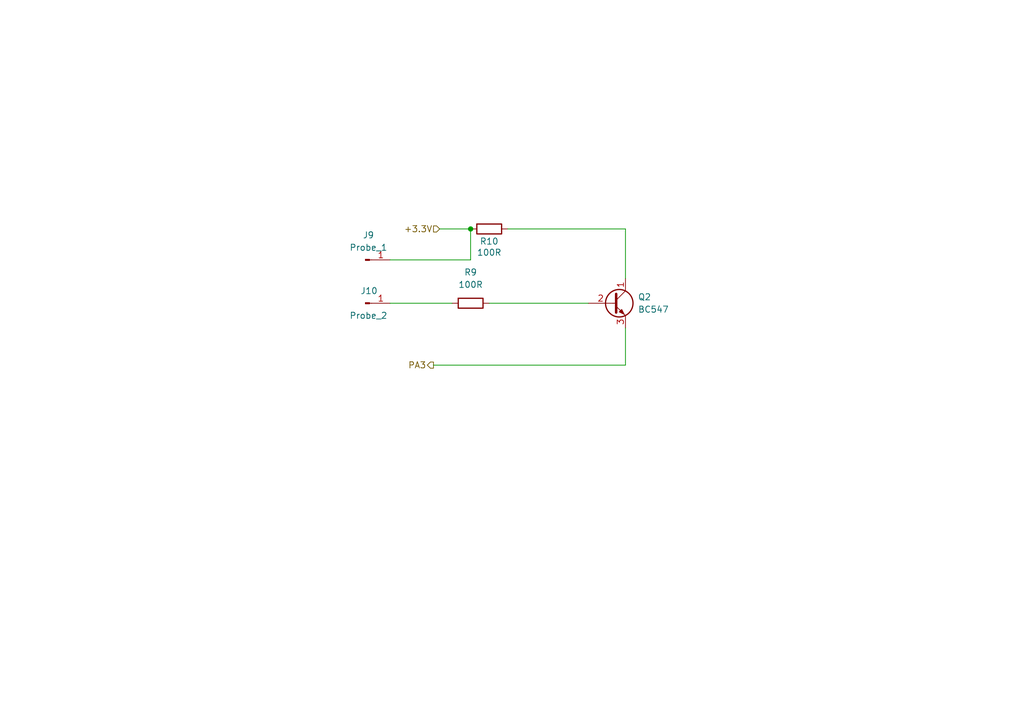
<source format=kicad_sch>
(kicad_sch (version 20231120) (generator "eeschema") (generator_version "8.0")
  (paper "A5")
  (title_block (title "Tester circut") (date "2024-12-28"))
  (lib_symbols
    (symbol "Connector:Conn_01x01_Pin" (pin_names (offset 1.016) hide)
      (property "Reference" "J" (at 0 2.54 0))
      (property "Value" "Conn_01x01_Pin" (at 0 -2.54 0))
      (symbol "Conn_01x01_Pin_1_1"
        (polyline (pts (xy 1.27 0) (xy 0.8636 0)) (stroke (width 0.1524)))
        (rectangle (start 0.8636 0.127) (end 0 -0.127) (stroke (width 0.1524)) (fill (type outline)))
        (pin passive line (at 5.08 0 180) (length 3.81) (name "Pin_1") (number "1"))
      )
    )
    (symbol "Device:R" (pin_numbers hide) (pin_names (offset 0))
      (property "Reference" "R" (at 2.032 0 90))
      (property "Value" "R" (at 0 0 90))
      (symbol "R_0_1"
        (rectangle (start -1.016 -2.54) (end 1.016 2.54) (stroke (width 0.254)))
      )
      (symbol "R_1_1"
        (pin passive line (at 0 3.81 270) (length 1.27) (name "~") (number "1"))
        (pin passive line (at 0 -3.81 90) (length 1.27) (name "~") (number "2"))
      )
    )
    (symbol "Transistor_BJT:BC547" (pin_names (offset 0) hide)
      (property "Reference" "Q" (at 5.08 1.905 0))
      (property "Value" "BC547" (at 5.08 0 0))
      (symbol "BC547_0_1"
        (polyline (pts (xy 0 0) (xy 0.635 0)))
        (polyline (pts (xy 0.635 0.635) (xy 2.54 2.54)))
        (polyline (pts (xy 0.635 -0.635) (xy 2.54 -2.54) (xy 2.54 -2.54)))
        (polyline (pts (xy 0.635 1.905) (xy 0.635 -1.905) (xy 0.635 -1.905)) (stroke (width 0.508)))
        (polyline (pts (xy 1.27 -1.778) (xy 1.778 -1.27) (xy 2.286 -2.286) (xy 1.27 -1.778) (xy 1.27 -1.778)) (fill (type outline)))
        (circle (center 1.27 0) (radius 2.8194) (stroke (width 0.254)))
      )
      (symbol "BC547_1_1"
        (pin passive line (at 2.54 5.08 270) (length 2.54) (name "C") (number "1"))
        (pin input line (at -5.08 0 0) (length 5.08) (name "B") (number "2"))
        (pin passive line (at 2.54 -5.08 90) (length 2.54) (name "E") (number "3"))
      )
    )
  )
  (junction (at 96.52 46.99))
  (wire (pts (xy 100.33 62.23) (xy 120.65 62.23)))
  (wire (pts (xy 80.01 53.34) (xy 96.52 53.34)))
  (wire (pts (xy 128.27 67.31) (xy 128.27 74.93)))
  (wire (pts (xy 80.01 62.23) (xy 92.71 62.23)))
  (wire (pts (xy 104.14 46.99) (xy 128.27 46.99)))
  (wire (pts (xy 96.52 46.99) (xy 96.52 53.34)))
  (wire (pts (xy 128.27 46.99) (xy 128.27 57.15)))
  (wire (pts (xy 128.27 74.93) (xy 88.9 74.93)))
  (wire (pts (xy 90.17 46.99) (xy 96.52 46.99)))
  (hierarchical_label "PA3" (shape output) (at 88.9 74.93 180))
  (hierarchical_label "+3.3V" (shape input) (at 90.17 46.99 180))
  (symbol (lib_id "Device:R") (at 96.52 62.23 90) (unit 1)
    (property "Reference" "R9" (at 96.52 55.88 90))
    (property "Value" "100R" (at 96.52 58.42 90))
    (property "Footprint" "Resistor_SMD:R_0805_2012Metric" (effects (hide yes)))
    (property "Description" "Resistor" (effects (hide yes)))
  )
  (symbol (lib_id "Connector:Conn_01x01_Pin") (at 74.93 53.34 0) (unit 1)
    (property "Reference" "J9" (at 75.565 48.26 0))
    (property "Value" "Probe_1" (at 75.565 50.8 0))
    (property "Footprint" "Library:CONN" (effects (hide yes)))
    (property "Description" "Generic connector, single row, 01x01, script generated" (effects (hide yes)))
  )
  (symbol (lib_id "Transistor_BJT:BC547") (at 125.73 62.23 0) (unit 1)
    (property "Reference" "Q2" (at 130.81 60.9599 0) (effects (justify left)))
    (property "Value" "BC547" (at 130.81 63.4999 0) (effects (justify left)))
    (property "Footprint" "Package_TO_SOT_THT:TO-92_Inline" (effects (hide yes)))
    (property "Datasheet" "https://www.onsemi.com/pub/Collateral/BC550-D.pdf" (effects (hide yes)))
    (property "Description" "0.1A Ic, 45V Vce, Small Signal NPN Transistor, TO-92" (effects (hide yes)))
  )
  (symbol (lib_id "Connector:Conn_01x01_Pin") (at 74.93 62.23 0) (unit 1)
    (property "Reference" "J10" (at 75.692 59.69 0))
    (property "Value" "Probe_2" (at 75.565 64.77 0))
    (property "Footprint" "Library:CONN" (effects (hide yes)))
    (property "Description" "Generic connector, single row, 01x01, script generated" (effects (hide yes)))
  )
  (symbol (lib_id "Device:R") (at 100.33 46.99 90) (unit 1)
    (property "Reference" "R10" (at 100.33 49.53 90))
    (property "Value" "100R" (at 100.33 51.816 90))
    (property "Footprint" "Resistor_SMD:R_0805_2012Metric" (effects (hide yes)))
    (property "Description" "Resistor" (effects (hide yes)))
  )
)
</source>
